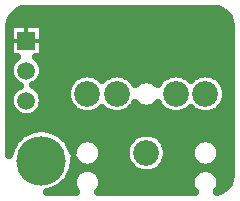
<source format=gbl>
G04 DipTrace 3.0.0.2*
G04 WellMonitorSingle.gbl*
%MOIN*%
G04 #@! TF.FileFunction,Copper,L2,Bot*
G04 #@! TF.Part,Single*
G04 #@! TA.AperFunction,CopperBalancing*
%ADD13C,0.025*%
%ADD14C,0.013*%
G04 #@! TA.AperFunction,ComponentPad*
%ADD17C,0.086*%
%ADD19R,0.059055X0.059055*%
%ADD20C,0.059055*%
G04 #@! TA.AperFunction,ViaPad*
%ADD21C,0.165*%
%FSLAX26Y26*%
G04*
G70*
G90*
G75*
G01*
G04 Bottom*
%LPD*%
D21*
X543701Y543701D3*
X450322Y1025332D2*
D13*
X1162070D1*
X440946Y1000463D2*
X1171444D1*
X551248Y975595D2*
X1172714D1*
X551248Y950726D2*
X1172714D1*
X551248Y925857D2*
X1172714D1*
X551248Y900988D2*
X1172714D1*
X540654Y876120D2*
X1172714D1*
X550711Y851251D2*
X1172714D1*
X548416Y826382D2*
X662851D1*
X730839D2*
X761288D1*
X829276D2*
X958114D1*
X1026103D2*
X1056551D1*
X1124540D2*
X1172714D1*
X439726Y801513D2*
X455848D1*
X531523D2*
X636044D1*
X1151347D2*
X1172714D1*
X540263Y776645D2*
X626767D1*
X550614Y751776D2*
X627255D1*
X1160135D2*
X1172714D1*
X548612Y726907D2*
X637802D1*
X1149588D2*
X1172714D1*
X439726Y702038D2*
X455261D1*
X532158D2*
X668710D1*
X725028D2*
X767099D1*
X823416D2*
X963974D1*
X1020292D2*
X1062411D1*
X1118730D2*
X1172714D1*
X439726Y677170D2*
X1172714D1*
X439726Y652301D2*
X1172714D1*
X439726Y627432D2*
X473007D1*
X614432D2*
X855966D1*
X931474D2*
X1172714D1*
X636747Y602563D2*
X658748D1*
X734940D2*
X831650D1*
X955742D2*
X1052450D1*
X1128642D2*
X1172714D1*
X747635Y577694D2*
X823299D1*
X964091D2*
X1039755D1*
X1141336D2*
X1172714D1*
X745828Y552826D2*
X824570D1*
X962822D2*
X1041562D1*
X1139530D2*
X1172714D1*
X653055Y527957D2*
X666872D1*
X726786D2*
X836142D1*
X951248D2*
X1060604D1*
X1120487D2*
X1172714D1*
X735916Y503088D2*
X871542D1*
X915898D2*
X1051474D1*
X1129618D2*
X1172714D1*
X632108Y478219D2*
X645906D1*
X747831D2*
X1039559D1*
X1141532D2*
X1170028D1*
X605351Y453351D2*
X648251D1*
X745487D2*
X1041952D1*
X1139188D2*
X1155038D1*
X441173Y998729D2*
X548729D1*
Y888673D1*
X525418D1*
X532612Y882612D1*
X538219Y876045D1*
X542731Y868683D1*
X546036Y860705D1*
X548051Y852309D1*
X548729Y843701D1*
X548051Y835093D1*
X546036Y826697D1*
X542731Y818719D1*
X538219Y811357D1*
X532612Y804790D1*
X526045Y799183D1*
X518683Y794671D1*
X516614Y793717D1*
X522453Y790620D1*
X529439Y785545D1*
X535545Y779439D1*
X540620Y772453D1*
X544540Y764759D1*
X547208Y756547D1*
X548559Y748019D1*
Y739383D1*
X547208Y730855D1*
X544540Y722643D1*
X540620Y714949D1*
X535545Y707963D1*
X529439Y701857D1*
X522453Y696782D1*
X514759Y692862D1*
X506547Y690194D1*
X498019Y688843D1*
X489383D1*
X480855Y690194D1*
X472643Y692862D1*
X464949Y696782D1*
X457963Y701857D1*
X451857Y707963D1*
X446782Y714949D1*
X442862Y722643D1*
X440194Y730855D1*
X438843Y739383D1*
Y748019D1*
X440194Y756547D1*
X442862Y764759D1*
X446782Y772453D1*
X451857Y779439D1*
X457963Y785545D1*
X464949Y790620D1*
X470788Y793685D1*
X464949Y796782D1*
X457963Y801857D1*
X451857Y807963D1*
X446782Y814949D1*
X442862Y822643D1*
X440194Y830855D1*
X438843Y839383D1*
Y848019D1*
X440194Y856547D1*
X442862Y864759D1*
X446782Y872453D1*
X451857Y879439D1*
X457963Y885545D1*
X462045Y888679D1*
X438673Y888673D1*
Y998729D1*
X441173D1*
X961990Y563327D2*
X960309Y552710D1*
X956987Y542487D1*
X952107Y532910D1*
X945789Y524214D1*
X938188Y516613D1*
X929492Y510295D1*
X919915Y505415D1*
X909692Y502093D1*
X899075Y500412D1*
X888327D1*
X877710Y502093D1*
X867487Y505415D1*
X857910Y510295D1*
X849214Y516613D1*
X841613Y524214D1*
X835295Y532910D1*
X830415Y542487D1*
X827093Y552710D1*
X825412Y563327D1*
Y574075D1*
X827093Y584692D1*
X830415Y594915D1*
X835295Y604492D1*
X841613Y613188D1*
X849214Y620789D1*
X857910Y627107D1*
X867487Y631987D1*
X877710Y635309D1*
X888327Y636990D1*
X899075D1*
X909692Y635309D1*
X919915Y631987D1*
X929492Y627107D1*
X938188Y620789D1*
X945789Y613188D1*
X952107Y604492D1*
X956987Y594915D1*
X960309Y584692D1*
X961990Y574075D1*
Y563327D1*
X856053Y733995D2*
X850693Y725288D1*
X843713Y717114D1*
X835540Y710134D1*
X826374Y704517D1*
X816444Y700404D1*
X805991Y697895D1*
X795276Y697051D1*
X784561Y697895D1*
X774108Y700404D1*
X764177Y704517D1*
X755012Y710134D1*
X746839Y717114D1*
X746083Y717932D1*
X737114Y710134D1*
X727949Y704517D1*
X718019Y700404D1*
X707566Y697895D1*
X696851Y697051D1*
X686135Y697895D1*
X675683Y700404D1*
X665752Y704517D1*
X656587Y710134D1*
X648414Y717114D1*
X641433Y725288D1*
X635816Y734453D1*
X631704Y744383D1*
X629194Y754836D1*
X628351Y765551D1*
X629194Y776267D1*
X631704Y786719D1*
X635816Y796650D1*
X641433Y805815D1*
X648414Y813988D1*
X656587Y820969D1*
X665752Y826586D1*
X675683Y830698D1*
X686135Y833208D1*
X696851Y834051D1*
X707566Y833208D1*
X718019Y830698D1*
X727949Y826586D1*
X737114Y820969D1*
X745288Y813988D1*
X746044Y813171D1*
X755012Y820969D1*
X764177Y826586D1*
X774108Y830698D1*
X784561Y833208D1*
X795276Y834051D1*
X805991Y833208D1*
X816444Y830698D1*
X826374Y826586D1*
X835540Y820969D1*
X843713Y813988D1*
X850693Y805815D1*
X856053Y797108D1*
X861799Y802904D1*
X868034Y807435D1*
X874903Y810935D1*
X882234Y813316D1*
X889847Y814523D1*
X897555D1*
X905168Y813316D1*
X912499Y810935D1*
X919368Y807435D1*
X925603Y802904D1*
X931324Y797110D1*
X936709Y805815D1*
X943689Y813988D1*
X951862Y820969D1*
X961028Y826586D1*
X970958Y830698D1*
X981411Y833208D1*
X992126Y834051D1*
X1002841Y833208D1*
X1013294Y830698D1*
X1023225Y826586D1*
X1032390Y820969D1*
X1040563Y813988D1*
X1041319Y813171D1*
X1050288Y820969D1*
X1059453Y826586D1*
X1069383Y830698D1*
X1079836Y833208D1*
X1090551Y834051D1*
X1101267Y833208D1*
X1111719Y830698D1*
X1121650Y826586D1*
X1130815Y820969D1*
X1138988Y813988D1*
X1145969Y805815D1*
X1151586Y796650D1*
X1155698Y786719D1*
X1158208Y776267D1*
X1159051Y765551D1*
X1158208Y754836D1*
X1155698Y744383D1*
X1151586Y734453D1*
X1145969Y725288D1*
X1138988Y717114D1*
X1130815Y710134D1*
X1121650Y704517D1*
X1111719Y700404D1*
X1101267Y697895D1*
X1090551Y697051D1*
X1079836Y697895D1*
X1069383Y700404D1*
X1059453Y704517D1*
X1050288Y710134D1*
X1042114Y717114D1*
X1041358Y717932D1*
X1032390Y710134D1*
X1023225Y704517D1*
X1013294Y700404D1*
X1002841Y697895D1*
X992126Y697051D1*
X981411Y697895D1*
X970958Y700404D1*
X961028Y704517D1*
X951862Y710134D1*
X943689Y717114D1*
X936709Y725288D1*
X931349Y733995D1*
X925603Y728198D1*
X919368Y723668D1*
X912499Y720168D1*
X905168Y717786D1*
X897555Y716580D1*
X889847D1*
X882234Y717786D1*
X874903Y720168D1*
X868034Y723668D1*
X861799Y728198D1*
X856078Y733992D1*
X745822Y564847D2*
X744616Y557234D1*
X742234Y549903D1*
X738734Y543034D1*
X734204Y536799D1*
X728752Y531348D1*
X722517Y526818D1*
X715649Y523318D1*
X708318Y520936D1*
X700705Y519730D1*
X692996D1*
X685383Y520936D1*
X678053Y523318D1*
X671184Y526818D1*
X664949Y531348D1*
X659498Y536799D1*
X654967Y543034D1*
X651525Y549780D1*
X651368Y535227D1*
X650372Y526806D1*
X648717Y518488D1*
X646415Y510327D1*
X643481Y502372D1*
X639929Y494670D1*
X635786Y487271D1*
X631075Y480221D1*
X625824Y473561D1*
X620068Y467334D1*
X613841Y461578D1*
X607181Y456327D1*
X600131Y451616D1*
X592732Y447473D1*
X585030Y443921D1*
X577075Y440987D1*
X568914Y438685D1*
X561408Y437192D1*
X660528Y437201D1*
X654967Y444609D1*
X651467Y451478D1*
X649086Y458809D1*
X647879Y466421D1*
Y474130D1*
X649086Y481743D1*
X651467Y489074D1*
X654967Y495942D1*
X659498Y502177D1*
X664949Y507629D1*
X671184Y512159D1*
X678053Y515659D1*
X685383Y518041D1*
X692996Y519247D1*
X700705D1*
X708318Y518041D1*
X715649Y515659D1*
X722517Y512159D1*
X728752Y507629D1*
X734204Y502177D1*
X738734Y495942D1*
X742234Y489074D1*
X744616Y481743D1*
X745822Y474130D1*
Y466421D1*
X744616Y458809D1*
X742234Y451478D1*
X738734Y444609D1*
X733109Y437189D1*
X1054277Y437201D1*
X1050811Y441403D1*
X1046784Y447975D1*
X1043834Y455096D1*
X1042034Y462592D1*
X1041429Y470276D1*
X1042034Y477960D1*
X1043834Y485456D1*
X1046784Y492576D1*
X1050811Y499149D1*
X1055816Y505011D1*
X1061679Y510016D1*
X1068251Y514044D1*
X1075372Y516994D1*
X1082868Y518793D1*
X1090551Y519398D1*
X1098235Y518793D1*
X1105731Y516994D1*
X1112852Y514044D1*
X1119424Y510016D1*
X1125286Y505011D1*
X1130292Y499149D1*
X1134319Y492576D1*
X1137269Y485456D1*
X1139068Y477960D1*
X1139673Y470276D1*
X1139068Y462592D1*
X1137269Y455096D1*
X1134319Y447975D1*
X1130292Y441403D1*
X1128250Y438811D1*
X1146794Y445109D1*
X1158414Y454036D1*
X1167327Y465666D1*
X1172927Y479206D1*
X1175214Y496638D1*
X1175201Y990977D1*
X1172908Y1008263D1*
X1167294Y1021794D1*
X1158368Y1033414D1*
X1146738Y1042326D1*
X1133197Y1047925D1*
X1115764Y1050211D1*
X496425Y1050201D1*
X479139Y1047908D1*
X465608Y1042293D1*
X453988Y1033366D1*
X445076Y1021736D1*
X439477Y1008196D1*
X437191Y990763D1*
X437201Y561639D1*
X440987Y577075D1*
X443921Y585030D1*
X447473Y592732D1*
X451616Y600131D1*
X456327Y607181D1*
X461578Y613841D1*
X467334Y620068D1*
X473561Y625824D1*
X480221Y631075D1*
X487271Y635786D1*
X494670Y639929D1*
X502372Y643481D1*
X510327Y646415D1*
X518488Y648717D1*
X526806Y650372D1*
X535227Y651368D1*
X543701Y651701D1*
X552175Y651368D1*
X560596Y650372D1*
X568914Y648717D1*
X577075Y646415D1*
X585030Y643481D1*
X592732Y639929D1*
X600131Y635786D1*
X607181Y631075D1*
X613841Y625824D1*
X620068Y620068D1*
X625824Y613841D1*
X631075Y607181D1*
X635786Y600131D1*
X639929Y592732D1*
X643481Y585030D1*
X647845Y572005D1*
X649086Y580168D1*
X651467Y587499D1*
X654967Y594368D1*
X659498Y600603D1*
X664949Y606054D1*
X671184Y610584D1*
X678053Y614084D1*
X685383Y616466D1*
X692996Y617672D1*
X700705D1*
X708318Y616466D1*
X715649Y614084D1*
X722517Y610584D1*
X728752Y606054D1*
X734204Y600603D1*
X738734Y594368D1*
X742234Y587499D1*
X744616Y580168D1*
X745822Y572555D1*
Y564847D1*
X1139523D2*
X1138316Y557234D1*
X1135935Y549903D1*
X1132435Y543034D1*
X1127904Y536799D1*
X1122453Y531348D1*
X1116218Y526818D1*
X1109349Y523318D1*
X1102019Y520936D1*
X1094406Y519730D1*
X1086697D1*
X1079084Y520936D1*
X1071753Y523318D1*
X1064885Y526818D1*
X1058650Y531348D1*
X1053198Y536799D1*
X1048668Y543034D1*
X1045168Y549903D1*
X1042786Y557234D1*
X1041580Y564847D1*
Y572555D1*
X1042786Y580168D1*
X1045168Y587499D1*
X1048668Y594368D1*
X1053198Y600603D1*
X1058650Y606054D1*
X1064885Y610584D1*
X1071753Y614084D1*
X1079084Y616466D1*
X1086697Y617672D1*
X1094406D1*
X1102019Y616466D1*
X1109349Y614084D1*
X1116218Y610584D1*
X1122453Y606054D1*
X1127904Y600603D1*
X1132435Y594368D1*
X1135935Y587499D1*
X1138316Y580168D1*
X1139523Y572555D1*
Y564847D1*
X493701Y998680D2*
D14*
Y943701D1*
X438722D2*
X548680D1*
D17*
X893701Y568701D3*
X795276Y765551D3*
X696851D3*
X992126D3*
X1090551D3*
D19*
X493701Y943701D3*
D20*
Y843701D3*
Y743701D3*
M02*

</source>
